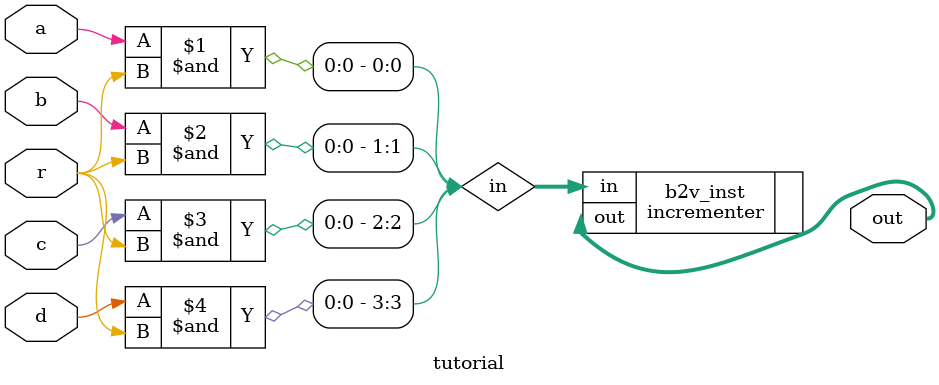
<source format=v>


module tutorial(
	a,
	b,
	c,
	d,
	r,
	out
);


input wire	a;
input wire	b;
input wire	c;
input wire	d;
input wire	r;
output wire	[4:0] out;

wire	[3:0] in;





incrementer	b2v_inst(
	.in(in),
	.out(out));

assign	in[0] = a & r;

assign	in[1] = b & r;

assign	in[2] = c & r;

assign	in[3] = d & r;


endmodule

</source>
